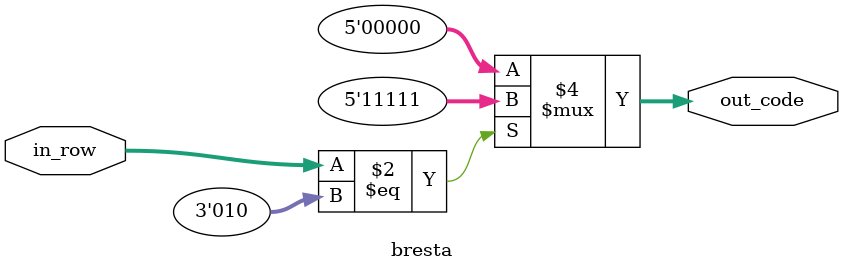
<source format=v>
`timescale 1ns / 1ps
module bresta(
	 input [2:0] in_row,
    output reg [4:0] out_code
    );

parameter [4:0] d_1 = 5'b11111; // XXXXX


always @ *
begin
	if (in_row == 3'b010)
		out_code = d_1;
	else
		out_code = 5'b0;
end

endmodule

</source>
